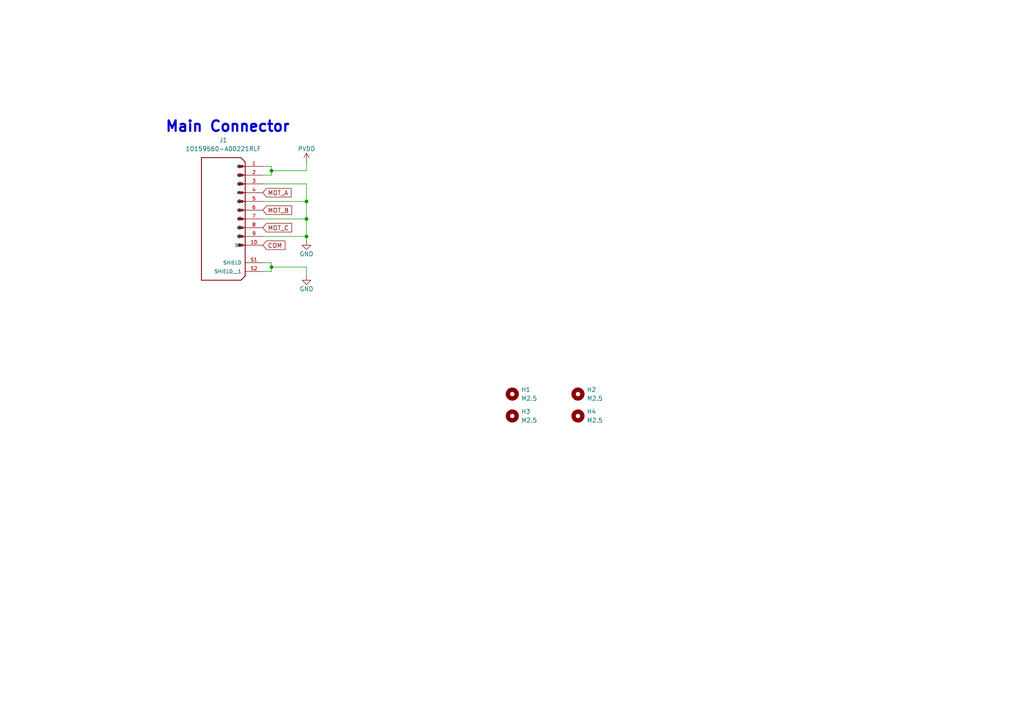
<source format=kicad_sch>
(kicad_sch (version 20231120) (generator "eeschema") (generator_version "8.0")
  (paper "A4")
  (title_block (title "Easy BLDC") (date "2024-08-06") (rev "2.0") (company "Peter Buckley Engineering"))
  (lib_symbols
    (symbol "EasyBLDC:10159560-A00221RLF" (pin_names (offset 1.016))
      (property "Reference" "J" (at 0 16.51 0))
      (property "Value" "10159560-A00221RLF" (at 0 -22.86 0))
      (symbol "10159560-A00221RLF_0_0"
        (polyline (pts (xy 0 -19.05) (xy 1.27 -20.32)) (stroke (width 0.254)))
        (polyline (pts (xy 0 -10.16) (xy 1.905 -10.16)) (stroke (width 0.254)))
        (polyline (pts (xy 0 -7.62) (xy 1.905 -7.62)) (stroke (width 0.254)))
        (polyline (pts (xy 0 -5.08) (xy 1.905 -5.08)) (stroke (width 0.254)))
        (polyline (pts (xy 0 -2.54) (xy 1.905 -2.54)) (stroke (width 0.254)))
        (polyline (pts (xy 0 0) (xy 1.905 0)) (stroke (width 0.254)))
        (polyline (pts (xy 0 2.54) (xy 1.905 2.54)) (stroke (width 0.254)))
        (polyline (pts (xy 0 5.08) (xy 1.905 5.08)) (stroke (width 0.254)))
        (polyline (pts (xy 0 7.62) (xy 1.905 7.62)) (stroke (width 0.254)))
        (polyline (pts (xy 0 10.16) (xy 1.905 10.16)) (stroke (width 0.254)))
        (polyline (pts (xy 0 12.7) (xy 0 -19.05)) (stroke (width 0.254)))
        (polyline (pts (xy 0 12.7) (xy 1.905 12.7)) (stroke (width 0.254)))
        (polyline (pts (xy 0 13.97) (xy 0 12.7)) (stroke (width 0.254)))
        (polyline (pts (xy 0 13.97) (xy 1.27 15.24)) (stroke (width 0.254)))
        (polyline (pts (xy 1.27 -20.32) (xy 12.7 -20.32)) (stroke (width 0.254)))
        (polyline (pts (xy 12.7 -20.32) (xy 12.7 15.24)) (stroke (width 0.254)))
        (polyline (pts (xy 12.7 15.24) (xy 1.27 15.24)) (stroke (width 0.254)))
        (rectangle (start 0.635 -10.4775) (end 2.2225 -9.8425) (stroke (width 0.1)) (fill (type outline)))
        (rectangle (start 0.635 -7.9375) (end 2.2225 -7.3025) (stroke (width 0.1)) (fill (type outline)))
        (rectangle (start 0.635 -5.3975) (end 2.2225 -4.7625) (stroke (width 0.1)) (fill (type outline)))
        (rectangle (start 0.635 -2.8575) (end 2.2225 -2.2225) (stroke (width 0.1)) (fill (type outline)))
        (rectangle (start 0.635 -0.3175) (end 2.2225 0.3175) (stroke (width 0.1)) (fill (type outline)))
        (rectangle (start 0.635 2.2225) (end 2.2225 2.8575) (stroke (width 0.1)) (fill (type outline)))
        (rectangle (start 0.635 4.7625) (end 2.2225 5.3975) (stroke (width 0.1)) (fill (type outline)))
        (rectangle (start 0.635 7.3025) (end 2.2225 7.9375) (stroke (width 0.1)) (fill (type outline)))
        (rectangle (start 0.635 9.8425) (end 2.2225 10.4775) (stroke (width 0.1)) (fill (type outline)))
        (rectangle (start 0.635 12.3825) (end 2.2225 13.0175) (stroke (width 0.1)) (fill (type outline)))
        (pin power_in line (at -5.08 12.7 0) (length 5.08) (name "1") (number "1"))
        (pin power_in line (at -5.08 -10.16 0) (length 5.08) (name "10") (number "10"))
        (pin power_in line (at -5.08 10.16 0) (length 5.08) (name "2") (number "2"))
        (pin power_in line (at -5.08 7.62 0) (length 5.08) (name "3") (number "3"))
        (pin power_in line (at -5.08 5.08 0) (length 5.08) (name "4") (number "4"))
        (pin power_in line (at -5.08 2.54 0) (length 5.08) (name "5") (number "5"))
        (pin power_in line (at -5.08 0 0) (length 5.08) (name "6") (number "6"))
        (pin power_in line (at -5.08 -2.54 0) (length 5.08) (name "7") (number "7"))
        (pin power_in line (at -5.08 -5.08 0) (length 5.08) (name "8") (number "8"))
        (pin power_in line (at -5.08 -7.62 0) (length 5.08) (name "9") (number "9"))
        (pin passive line (at -5.08 -15.24 0) (length 5.08) (name "SHIELD") (number "S1"))
        (pin passive line (at -5.08 -17.78 0) (length 5.08) (name "SHIELD__1") (number "S2"))
      )
    )
    (symbol "Mechanical:MountingHole" (pin_names (offset 1.016)) (exclude_from_sim yes) (in_bom no)
      (property "Reference" "H" (at 0 5.08 0))
      (property "Value" "MountingHole" (at 0 3.175 0))
      (symbol "MountingHole_0_1"
        (circle (center 0 0) (radius 1.27) (stroke (width 1.27)))
      )
    )
    (symbol "power:GND" (power) (pin_numbers hide) (pin_names (offset 0) hide)
      (property "Value" "GND" (at 0 -3.81 0))
      (symbol "GND_0_1"
        (polyline (pts (xy 0 0) (xy 0 -1.27) (xy 1.27 -1.27) (xy 0 -2.54) (xy -1.27 -1.27) (xy 0 -1.27)))
      )
      (symbol "GND_1_1"
        (pin power_in line (at 0 0 270) (length 0) (name "~") (number "1"))
      )
    )
    (symbol "power:VDC" (power) (pin_numbers hide) (pin_names (offset 0) hide)
      (property "Value" "VDC" (at 0 3.556 0))
      (symbol "VDC_0_1"
        (polyline (pts (xy -0.762 1.27) (xy 0 2.54)))
        (polyline (pts (xy 0 0) (xy 0 2.54)))
        (polyline (pts (xy 0 2.54) (xy 0.762 1.27)))
      )
      (symbol "VDC_1_1"
        (pin power_in line (at 0 0 90) (length 0) (name "~") (number "1"))
      )
    )
  )
  (junction (at 78.74 77.47))
  (junction (at 78.74 49.53))
  (junction (at 88.9 58.42))
  (junction (at 88.9 68.58))
  (junction (at 88.9 63.5))
  (wire (pts (xy 76.2 68.58) (xy 88.9 68.58)))
  (wire (pts (xy 88.9 46.99) (xy 88.9 49.53)))
  (wire (pts (xy 78.74 78.74) (xy 76.2 78.74)))
  (wire (pts (xy 88.9 58.42) (xy 88.9 63.5)))
  (wire (pts (xy 76.2 58.42) (xy 88.9 58.42)))
  (wire (pts (xy 76.2 76.2) (xy 78.74 76.2)))
  (wire (pts (xy 76.2 50.8) (xy 78.74 50.8)))
  (wire (pts (xy 78.74 50.8) (xy 78.74 49.53)))
  (wire (pts (xy 88.9 63.5) (xy 88.9 68.58)))
  (wire (pts (xy 88.9 53.34) (xy 88.9 58.42)))
  (wire (pts (xy 78.74 77.47) (xy 78.74 78.74)))
  (wire (pts (xy 78.74 49.53) (xy 88.9 49.53)))
  (wire (pts (xy 88.9 77.47) (xy 88.9 80.01)))
  (wire (pts (xy 78.74 76.2) (xy 78.74 77.47)))
  (wire (pts (xy 78.74 77.47) (xy 88.9 77.47)))
  (wire (pts (xy 88.9 68.58) (xy 88.9 69.85)))
  (wire (pts (xy 76.2 63.5) (xy 88.9 63.5)))
  (wire (pts (xy 76.2 53.34) (xy 88.9 53.34)))
  (wire (pts (xy 78.74 48.26) (xy 76.2 48.26)))
  (wire (pts (xy 78.74 49.53) (xy 78.74 48.26)))
  (text "Main Connector" (at 66.04 36.83 0) (effects (font (size 3.048 3.048) (bold yes))))
  (global_label "MOT_A" (shape input) (at 76.2 55.88 0) (property "Intersheetrefs" "${INTERSHEET_REFS}" (effects (hide yes))))
  (global_label "COM" (shape input) (at 76.2 71.12 0) (property "Intersheetrefs" "${INTERSHEET_REFS}" (effects (hide yes))))
  (global_label "MOT_B" (shape input) (at 76.2 60.96 0) (property "Intersheetrefs" "${INTERSHEET_REFS}" (effects (hide yes))))
  (global_label "MOT_C" (shape input) (at 76.2 66.04 0) (property "Intersheetrefs" "${INTERSHEET_REFS}" (effects (hide yes))))
  (symbol (lib_id "Mechanical:MountingHole") (at 167.64 120.65 0) (unit 1) (exclude_from_sim yes) (in_bom no)
    (property "Reference" "H4" (at 170.18 119.3799 0) (effects (justify left)))
    (property "Value" "M2.5" (at 170.18 121.9199 0) (effects (justify left)))
    (property "Footprint" "MountingHole:MountingHole_2.7mm_M2.5_ISO7380" (effects (hide yes)))
    (property "Description" "Mounting Hole without connection" (effects (hide yes)))
  )
  (symbol (lib_id "Mechanical:MountingHole") (at 148.59 114.3 0) (unit 1) (exclude_from_sim yes) (in_bom no)
    (property "Reference" "H1" (at 151.13 113.0299 0) (effects (justify left)))
    (property "Value" "M2.5" (at 151.13 115.5699 0) (effects (justify left)))
    (property "Footprint" "MountingHole:MountingHole_2.7mm_M2.5_ISO7380" (effects (hide yes)))
    (property "Description" "Mounting Hole without connection" (effects (hide yes)))
  )
  (symbol (lib_id "Mechanical:MountingHole") (at 167.64 114.3 0) (unit 1) (exclude_from_sim yes) (in_bom no)
    (property "Reference" "H2" (at 170.18 113.0299 0) (effects (justify left)))
    (property "Value" "M2.5" (at 170.18 115.5699 0) (effects (justify left)))
    (property "Footprint" "MountingHole:MountingHole_2.7mm_M2.5_ISO7380" (effects (hide yes)))
    (property "Description" "Mounting Hole without connection" (effects (hide yes)))
  )
  (symbol (lib_id "power:VDC") (at 88.9 46.99 0) (unit 1)
    (property "Reference" "#PWR053" (effects (hide yes)))
    (property "Value" "PVDD" (at 88.9 43.18 0))
    (property "Description" "Power symbol creates a global label with name \"VDC\"" (effects (hide yes)))
  )
  (symbol (lib_id "Mechanical:MountingHole") (at 148.59 120.65 0) (unit 1) (exclude_from_sim yes) (in_bom no)
    (property "Reference" "H3" (at 151.13 119.3799 0) (effects (justify left)))
    (property "Value" "M2.5" (at 151.13 121.9199 0) (effects (justify left)))
    (property "Footprint" "MountingHole:MountingHole_2.7mm_M2.5_ISO7380" (effects (hide yes)))
    (property "Description" "Mounting Hole without connection" (effects (hide yes)))
  )
  (symbol (lib_id "power:GND") (at 88.9 80.01 0) (unit 1)
    (property "Reference" "#PWR046" (effects (hide yes)))
    (property "Value" "GND" (at 88.9 83.82 0))
    (property "Description" "Power symbol creates a global label with name \"GND\" , ground" (effects (hide yes)))
  )
  (symbol (lib_id "power:GND") (at 88.9 69.85 0) (unit 1)
    (property "Reference" "#PWR045" (effects (hide yes)))
    (property "Value" "GND" (at 88.9 73.66 0))
    (property "Description" "Power symbol creates a global label with name \"GND\" , ground" (effects (hide yes)))
  )
  (symbol (lib_id "EasyBLDC:10159560-A00221RLF") (at 71.12 60.96 0) (mirror y) (unit 1)
    (property "Reference" "J1" (at 64.77 40.64 0))
    (property "Value" "10159560-A00221RLF" (at 64.77 43.18 0))
    (property "Footprint" "10159560-A00221RLF:AMPHENOL_10159560-A00221RLF" (effects (hide yes)))
    (property "PARTREV" "C" (effects (hide yes)))
    (property "STANDARD" "Manufacturer Recommendations" (effects (hide yes)))
    (property "MAXIMUM_PACKAGE_HEIGHT" "5.70mm" (effects (hide yes)))
    (property "MANUFACTURER" "Amphenol ICC" (effects (hide yes)))
  )
)
</source>
